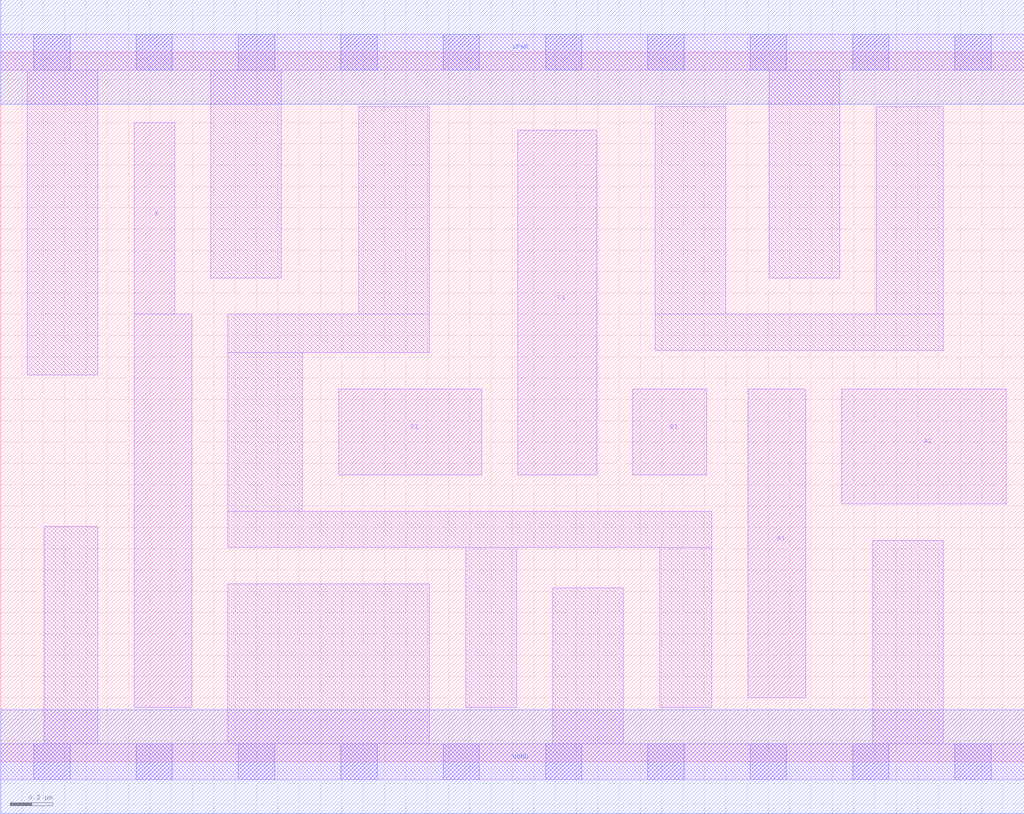
<source format=lef>
# Copyright 2020 The SkyWater PDK Authors
#
# Licensed under the Apache License, Version 2.0 (the "License");
# you may not use this file except in compliance with the License.
# You may obtain a copy of the License at
#
#     https://www.apache.org/licenses/LICENSE-2.0
#
# Unless required by applicable law or agreed to in writing, software
# distributed under the License is distributed on an "AS IS" BASIS,
# WITHOUT WARRANTIES OR CONDITIONS OF ANY KIND, either express or implied.
# See the License for the specific language governing permissions and
# limitations under the License.
#
# SPDX-License-Identifier: Apache-2.0

VERSION 5.7 ;
  NAMESCASESENSITIVE ON ;
  NOWIREEXTENSIONATPIN ON ;
  DIVIDERCHAR "/" ;
  BUSBITCHARS "[]" ;
UNITS
  DATABASE MICRONS 200 ;
END UNITS
MACRO sky130_fd_sc_lp__a2111o_2
  CLASS CORE ;
  SOURCE USER ;
  FOREIGN sky130_fd_sc_lp__a2111o_2 ;
  ORIGIN  0.000000  0.000000 ;
  SIZE  4.800000 BY  3.330000 ;
  SYMMETRY X Y R90 ;
  SITE unit ;
  PIN A1
    ANTENNAGATEAREA  0.315000 ;
    DIRECTION INPUT ;
    USE SIGNAL ;
    PORT
      LAYER li1 ;
        RECT 3.505000 0.300000 3.775000 1.750000 ;
    END
  END A1
  PIN A2
    ANTENNAGATEAREA  0.315000 ;
    DIRECTION INPUT ;
    USE SIGNAL ;
    PORT
      LAYER li1 ;
        RECT 3.945000 1.210000 4.715000 1.750000 ;
    END
  END A2
  PIN B1
    ANTENNAGATEAREA  0.315000 ;
    DIRECTION INPUT ;
    USE SIGNAL ;
    PORT
      LAYER li1 ;
        RECT 2.965000 1.345000 3.310000 1.750000 ;
    END
  END B1
  PIN C1
    ANTENNAGATEAREA  0.315000 ;
    DIRECTION INPUT ;
    USE SIGNAL ;
    PORT
      LAYER li1 ;
        RECT 2.425000 1.345000 2.795000 2.965000 ;
    END
  END C1
  PIN D1
    ANTENNAGATEAREA  0.315000 ;
    DIRECTION INPUT ;
    USE SIGNAL ;
    PORT
      LAYER li1 ;
        RECT 1.585000 1.345000 2.255000 1.750000 ;
    END
  END D1
  PIN X
    ANTENNADIFFAREA  0.588000 ;
    DIRECTION OUTPUT ;
    USE SIGNAL ;
    PORT
      LAYER li1 ;
        RECT 0.625000 0.255000 0.895000 2.100000 ;
        RECT 0.625000 2.100000 0.815000 3.000000 ;
    END
  END X
  PIN VGND
    DIRECTION INOUT ;
    USE GROUND ;
    PORT
      LAYER met1 ;
        RECT 0.000000 -0.245000 4.800000 0.245000 ;
    END
  END VGND
  PIN VPWR
    DIRECTION INOUT ;
    USE POWER ;
    PORT
      LAYER met1 ;
        RECT 0.000000 3.085000 4.800000 3.575000 ;
    END
  END VPWR
  OBS
    LAYER li1 ;
      RECT 0.000000 -0.085000 4.800000 0.085000 ;
      RECT 0.000000  3.245000 4.800000 3.415000 ;
      RECT 0.125000  1.815000 0.455000 3.245000 ;
      RECT 0.205000  0.085000 0.455000 1.105000 ;
      RECT 0.985000  2.270000 1.315000 3.245000 ;
      RECT 1.065000  0.085000 2.010000 0.835000 ;
      RECT 1.065000  1.005000 3.335000 1.175000 ;
      RECT 1.065000  1.175000 1.415000 1.920000 ;
      RECT 1.065000  1.920000 2.010000 2.100000 ;
      RECT 1.680000  2.100000 2.010000 3.075000 ;
      RECT 2.180000  0.255000 2.420000 1.005000 ;
      RECT 2.590000  0.085000 2.920000 0.815000 ;
      RECT 3.070000  1.930000 4.420000 2.100000 ;
      RECT 3.070000  2.100000 3.400000 3.075000 ;
      RECT 3.090000  0.255000 3.335000 1.005000 ;
      RECT 3.605000  2.270000 3.935000 3.245000 ;
      RECT 4.090000  0.085000 4.420000 1.040000 ;
      RECT 4.105000  2.100000 4.420000 3.075000 ;
    LAYER mcon ;
      RECT 0.155000 -0.085000 0.325000 0.085000 ;
      RECT 0.155000  3.245000 0.325000 3.415000 ;
      RECT 0.635000 -0.085000 0.805000 0.085000 ;
      RECT 0.635000  3.245000 0.805000 3.415000 ;
      RECT 1.115000 -0.085000 1.285000 0.085000 ;
      RECT 1.115000  3.245000 1.285000 3.415000 ;
      RECT 1.595000 -0.085000 1.765000 0.085000 ;
      RECT 1.595000  3.245000 1.765000 3.415000 ;
      RECT 2.075000 -0.085000 2.245000 0.085000 ;
      RECT 2.075000  3.245000 2.245000 3.415000 ;
      RECT 2.555000 -0.085000 2.725000 0.085000 ;
      RECT 2.555000  3.245000 2.725000 3.415000 ;
      RECT 3.035000 -0.085000 3.205000 0.085000 ;
      RECT 3.035000  3.245000 3.205000 3.415000 ;
      RECT 3.515000 -0.085000 3.685000 0.085000 ;
      RECT 3.515000  3.245000 3.685000 3.415000 ;
      RECT 3.995000 -0.085000 4.165000 0.085000 ;
      RECT 3.995000  3.245000 4.165000 3.415000 ;
      RECT 4.475000 -0.085000 4.645000 0.085000 ;
      RECT 4.475000  3.245000 4.645000 3.415000 ;
  END
END sky130_fd_sc_lp__a2111o_2
END LIBRARY

</source>
